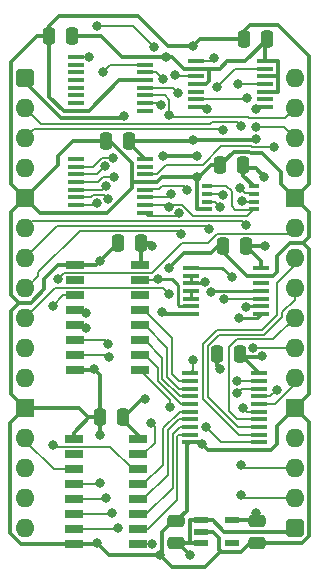
<source format=gtl>
%TF.GenerationSoftware,KiCad,Pcbnew,8.0.7*%
%TF.CreationDate,2025-01-05T09:36:32+02:00*%
%TF.ProjectId,PS2 FIFO,50533220-4649-4464-9f2e-6b696361645f,V1*%
%TF.SameCoordinates,Original*%
%TF.FileFunction,Copper,L1,Top*%
%TF.FilePolarity,Positive*%
%FSLAX46Y46*%
G04 Gerber Fmt 4.6, Leading zero omitted, Abs format (unit mm)*
G04 Created by KiCad (PCBNEW 8.0.7) date 2025-01-05 09:36:32*
%MOMM*%
%LPD*%
G01*
G04 APERTURE LIST*
G04 Aperture macros list*
%AMRoundRect*
0 Rectangle with rounded corners*
0 $1 Rounding radius*
0 $2 $3 $4 $5 $6 $7 $8 $9 X,Y pos of 4 corners*
0 Add a 4 corners polygon primitive as box body*
4,1,4,$2,$3,$4,$5,$6,$7,$8,$9,$2,$3,0*
0 Add four circle primitives for the rounded corners*
1,1,$1+$1,$2,$3*
1,1,$1+$1,$4,$5*
1,1,$1+$1,$6,$7*
1,1,$1+$1,$8,$9*
0 Add four rect primitives between the rounded corners*
20,1,$1+$1,$2,$3,$4,$5,0*
20,1,$1+$1,$4,$5,$6,$7,0*
20,1,$1+$1,$6,$7,$8,$9,0*
20,1,$1+$1,$8,$9,$2,$3,0*%
G04 Aperture macros list end*
%TA.AperFunction,SMDPad,CuDef*%
%ADD10RoundRect,0.250000X0.475000X-0.250000X0.475000X0.250000X-0.475000X0.250000X-0.475000X-0.250000X0*%
%TD*%
%TA.AperFunction,SMDPad,CuDef*%
%ADD11RoundRect,0.250000X0.250000X0.475000X-0.250000X0.475000X-0.250000X-0.475000X0.250000X-0.475000X0*%
%TD*%
%TA.AperFunction,SMDPad,CuDef*%
%ADD12R,1.475000X0.450000*%
%TD*%
%TA.AperFunction,SMDPad,CuDef*%
%ADD13R,1.550000X0.650000*%
%TD*%
%TA.AperFunction,SMDPad,CuDef*%
%ADD14R,1.450000X0.450000*%
%TD*%
%TA.AperFunction,ComponentPad*%
%ADD15RoundRect,0.400000X-0.400000X-0.400000X0.400000X-0.400000X0.400000X0.400000X-0.400000X0.400000X0*%
%TD*%
%TA.AperFunction,ComponentPad*%
%ADD16O,1.600000X1.600000*%
%TD*%
%TA.AperFunction,ComponentPad*%
%ADD17R,1.600000X1.600000*%
%TD*%
%TA.AperFunction,SMDPad,CuDef*%
%ADD18R,0.950000X0.450000*%
%TD*%
%TA.AperFunction,SMDPad,CuDef*%
%ADD19RoundRect,0.250000X-0.475000X0.250000X-0.475000X-0.250000X0.475000X-0.250000X0.475000X0.250000X0*%
%TD*%
%TA.AperFunction,SMDPad,CuDef*%
%ADD20R,1.150000X0.600000*%
%TD*%
%TA.AperFunction,ViaPad*%
%ADD21C,0.800000*%
%TD*%
%TA.AperFunction,Conductor*%
%ADD22C,0.380000*%
%TD*%
%TA.AperFunction,Conductor*%
%ADD23C,0.200000*%
%TD*%
%TA.AperFunction,Conductor*%
%ADD24C,0.350000*%
%TD*%
%TA.AperFunction,Conductor*%
%ADD25C,0.250000*%
%TD*%
G04 APERTURE END LIST*
D10*
%TO.P,C1,1*%
%TO.N,5V*%
X12827000Y-39415000D03*
%TO.P,C1,2*%
%TO.N,GND*%
X12827000Y-37515000D03*
%TD*%
D11*
%TO.P,C9,1*%
%TO.N,5V*%
X9824000Y-13970000D03*
%TO.P,C9,2*%
%TO.N,GND*%
X7924000Y-13970000D03*
%TD*%
%TO.P,C4,1*%
%TO.N,/3.3V*%
X18460000Y-7366000D03*
%TO.P,C4,2*%
%TO.N,GND*%
X16560000Y-7366000D03*
%TD*%
D12*
%TO.P,IC4,1,1A*%
%TO.N,Read*%
X14080000Y-16084000D03*
%TO.P,IC4,2,1Y*%
%TO.N,/~{Read}*%
X14080000Y-16734000D03*
%TO.P,IC4,3,2A*%
X14080000Y-17384000D03*
%TO.P,IC4,4,2Y*%
%TO.N,/Read_{2}*%
X14080000Y-18034000D03*
%TO.P,IC4,5,3A*%
X14080000Y-18684000D03*
%TO.P,IC4,6,3Y*%
%TO.N,/~{Read}_{3}*%
X14080000Y-19334000D03*
%TO.P,IC4,7,GND*%
%TO.N,GND*%
X14080000Y-19984000D03*
%TO.P,IC4,8,4Y*%
%TO.N,/~{Clear Packet Waiting}*%
X19956000Y-19984000D03*
%TO.P,IC4,9,4A*%
%TO.N,Clear Packet Waiting*%
X19956000Y-19334000D03*
%TO.P,IC4,10,5Y*%
%TO.N,/~{Clear Code Waiting}*%
X19956000Y-18684000D03*
%TO.P,IC4,11,5A*%
%TO.N,Clear Code Waiting*%
X19956000Y-18034000D03*
%TO.P,IC4,12,6Y*%
%TO.N,unconnected-(IC4-6Y-Pad12)*%
X19956000Y-17384000D03*
%TO.P,IC4,13,6A*%
%TO.N,GND*%
X19956000Y-16734000D03*
%TO.P,IC4,14,3V*%
%TO.N,/3.3V*%
X19956000Y-16084000D03*
%TD*%
D13*
%TO.P,IC6,1,~{EN(TSC)}*%
%TO.N,GND*%
X4133000Y-30607000D03*
%TO.P,IC6,2,DIR*%
%TO.N,unconnected-(IC6-DIR-Pad2)*%
X4133000Y-31877000D03*
%TO.P,IC6,3,SI*%
%TO.N,Packet Pulse_{2}*%
X4133000Y-33147000D03*
%TO.P,IC6,4,D0*%
%TO.N,/Q4*%
X4133000Y-34417000D03*
%TO.P,IC6,5,D1*%
%TO.N,/Q5*%
X4133000Y-35687000D03*
%TO.P,IC6,6,D2*%
%TO.N,/Q6*%
X4133000Y-36957000D03*
%TO.P,IC6,7,D3*%
%TO.N,/Q7*%
X4133000Y-38227000D03*
%TO.P,IC6,8,GND*%
%TO.N,GND*%
X4133000Y-39497000D03*
%TO.P,IC6,9,MR*%
%TO.N,~{Reset}*%
X9583000Y-39497000D03*
%TO.P,IC6,10,Q3*%
%TO.N,/S7*%
X9583000Y-38227000D03*
%TO.P,IC6,11,Q2*%
%TO.N,/S6*%
X9583000Y-36957000D03*
%TO.P,IC6,12,Q1*%
%TO.N,/S5*%
X9583000Y-35687000D03*
%TO.P,IC6,13,Q0*%
%TO.N,/S4*%
X9583000Y-34417000D03*
%TO.P,IC6,14,DOR*%
%TO.N,Output Ready*%
X9583000Y-33147000D03*
%TO.P,IC6,15,~{SO}*%
%TO.N,/~{Read}_{3}*%
X9583000Y-31877000D03*
%TO.P,IC6,16,5V*%
%TO.N,5V*%
X9583000Y-30607000D03*
%TD*%
D11*
%TO.P,C6,1*%
%TO.N,/3.3V*%
X8808000Y-5334000D03*
%TO.P,C6,2*%
%TO.N,GND*%
X6908000Y-5334000D03*
%TD*%
D14*
%TO.P,IC9,1,Q1*%
%TO.N,unconnected-(IC9-Q1-Pad1)*%
X4310000Y-6869000D03*
%TO.P,IC9,2,Q2*%
%TO.N,/Q7*%
X4310000Y-7519000D03*
%TO.P,IC9,3,Q3*%
%TO.N,/Q6*%
X4310000Y-8169000D03*
%TO.P,IC9,4,Q4*%
%TO.N,/Q5*%
X4310000Y-8819000D03*
%TO.P,IC9,5,Q5*%
%TO.N,/Q4*%
X4310000Y-9469000D03*
%TO.P,IC9,6,Q6*%
%TO.N,/Q3*%
X4310000Y-10119000D03*
%TO.P,IC9,7,Q7*%
%TO.N,/Q2*%
X4310000Y-10769000D03*
%TO.P,IC9,8,GND*%
%TO.N,GND*%
X4310000Y-11419000D03*
%TO.P,IC9,9,Q7S*%
%TO.N,Net-(IC5-DS)*%
X10160000Y-11419000D03*
%TO.P,IC9,10,~{MR}*%
%TO.N,~{Reset}*%
X10160000Y-10769000D03*
%TO.P,IC9,11,SHCP*%
%TO.N,~{Clock}*%
X10160000Y-10119000D03*
%TO.P,IC9,12,STCP*%
%TO.N,Packet Pulse*%
X10160000Y-9469000D03*
%TO.P,IC9,13,~{OE}*%
%TO.N,GND*%
X10160000Y-8819000D03*
%TO.P,IC9,14,DS*%
%TO.N,Data*%
X10160000Y-8169000D03*
%TO.P,IC9,15,Q0*%
%TO.N,unconnected-(IC9-Q0-Pad15)*%
X10160000Y-7519000D03*
%TO.P,IC9,16,3V*%
%TO.N,/3.3V*%
X10160000Y-6869000D03*
%TD*%
D11*
%TO.P,C10,1*%
%TO.N,5V*%
X8300000Y-28702000D03*
%TO.P,C10,2*%
%TO.N,GND*%
X6400000Y-28702000D03*
%TD*%
D15*
%TO.P,J1,1,Pin_1*%
%TO.N,5V*%
X0Y0D03*
D16*
%TO.P,J1,2,Pin_2*%
%TO.N,~{Packet Pulse}*%
X0Y-2540000D03*
%TO.P,J1,3,Pin_3*%
%TO.N,Read*%
X0Y-5080000D03*
%TO.P,J1,4,Pin_4*%
%TO.N,~{Code Pulse}*%
X0Y-7620000D03*
D17*
%TO.P,J1,5,Pin_5*%
%TO.N,GND*%
X0Y-10160000D03*
D16*
%TO.P,J1,6,Pin_6*%
%TO.N,Clear Packet Waiting*%
X0Y-12700000D03*
%TO.P,J1,7,Pin_7*%
%TO.N,Clear Code Waiting*%
X0Y-15240000D03*
%TO.P,J1,8,Pin_8*%
%TO.N,Packet Pulse*%
X0Y-17780000D03*
%TO.P,J1,9,Pin_9*%
%TO.N,~{Reset}*%
X0Y-20320000D03*
%TO.P,J1,10,Pin_10*%
%TO.N,unconnected-(J1-Pin_10-Pad10)*%
X0Y-22860000D03*
%TO.P,J1,11,Pin_11*%
%TO.N,unconnected-(J1-Pin_11-Pad11)*%
X0Y-25400000D03*
D17*
%TO.P,J1,12,Pin_12*%
%TO.N,GND*%
X0Y-27940000D03*
D16*
%TO.P,J1,13,Pin_13*%
%TO.N,Packet Pulse_{2}*%
X0Y-30480000D03*
%TO.P,J1,14,Pin_14*%
%TO.N,unconnected-(J1-Pin_14-Pad14)*%
X0Y-33020000D03*
%TO.P,J1,15,Pin_15*%
%TO.N,unconnected-(J1-Pin_15-Pad15)*%
X0Y-35560000D03*
%TO.P,J1,16,Pin_16*%
%TO.N,unconnected-(J1-Pin_16-Pad16)*%
X0Y-38100000D03*
D15*
%TO.P,J1,17,Pin_17*%
%TO.N,5V*%
X22860000Y-38100000D03*
D16*
%TO.P,J1,18,Pin_18*%
%TO.N,D0*%
X22860000Y-35560000D03*
%TO.P,J1,19,Pin_19*%
%TO.N,D1*%
X22860000Y-33020000D03*
%TO.P,J1,20,Pin_20*%
%TO.N,D2*%
X22860000Y-30480000D03*
D17*
%TO.P,J1,21,Pin_21*%
%TO.N,GND*%
X22860000Y-27940000D03*
D16*
%TO.P,J1,22,Pin_22*%
%TO.N,D3*%
X22860000Y-25400000D03*
%TO.P,J1,23,Pin_23*%
%TO.N,D4*%
X22860000Y-22860000D03*
%TO.P,J1,24,Pin_24*%
%TO.N,D5*%
X22860000Y-20320000D03*
%TO.P,J1,25,Pin_25*%
%TO.N,D6*%
X22860000Y-17780000D03*
%TO.P,J1,26,Pin_26*%
%TO.N,D7*%
X22860000Y-15240000D03*
%TO.P,J1,27,Pin_27*%
%TO.N,Output Ready*%
X22860000Y-12700000D03*
D17*
%TO.P,J1,28,Pin_28*%
%TO.N,GND*%
X22860000Y-10160000D03*
D16*
%TO.P,J1,29,Pin_29*%
%TO.N,~{Packet Waiting}*%
X22860000Y-7620000D03*
%TO.P,J1,30,Pin_30*%
%TO.N,~{Code Waiting}*%
X22860000Y-5080000D03*
%TO.P,J1,31,Pin_31*%
%TO.N,~{Clock}*%
X22860000Y-2540000D03*
%TO.P,J1,32,Pin_32*%
%TO.N,Data*%
X22860000Y0D03*
%TD*%
D11*
%TO.P,C7,1*%
%TO.N,/3.3V*%
X18714000Y-14224000D03*
%TO.P,C7,2*%
%TO.N,GND*%
X16814000Y-14224000D03*
%TD*%
D18*
%TO.P,IC7,1,1A*%
%TO.N,~{Reset}*%
X15420000Y-9185000D03*
%TO.P,IC7,2,1B*%
%TO.N,/~{Clear Code Waiting}*%
X15420000Y-9835000D03*
%TO.P,IC7,3,2Y*%
%TO.N,Net-(IC3-~{2RD})*%
X15420000Y-10485000D03*
%TO.P,IC7,4,GND*%
%TO.N,GND*%
X15420000Y-11135000D03*
%TO.P,IC7,5,2A*%
%TO.N,~{Reset}*%
X19370000Y-11135000D03*
%TO.P,IC7,6,2B*%
%TO.N,/~{Clear Packet Waiting}*%
X19370000Y-10485000D03*
%TO.P,IC7,7,1Y*%
%TO.N,Net-(IC3-~{1RD})*%
X19370000Y-9835000D03*
%TO.P,IC7,8,3V*%
%TO.N,/3.3V*%
X19370000Y-9185000D03*
%TD*%
D12*
%TO.P,IC3,1,~{1RD}*%
%TO.N,Net-(IC3-~{1RD})*%
X14457000Y1442000D03*
%TO.P,IC3,2,1D*%
%TO.N,/3.3V*%
X14457000Y792000D03*
%TO.P,IC3,3,1CP*%
%TO.N,~{Code Pulse}*%
X14457000Y142000D03*
%TO.P,IC3,4,~{1SD}*%
%TO.N,/3.3V*%
X14457000Y-508000D03*
%TO.P,IC3,5,1Q*%
%TO.N,unconnected-(IC3-1Q-Pad5)*%
X14457000Y-1158000D03*
%TO.P,IC3,6,~{1Q}*%
%TO.N,~{Code Waiting}*%
X14457000Y-1808000D03*
%TO.P,IC3,7,GND*%
%TO.N,GND*%
X14457000Y-2458000D03*
%TO.P,IC3,8,~{2Q}*%
%TO.N,~{Packet Waiting}*%
X20333000Y-2458000D03*
%TO.P,IC3,9,2Q*%
%TO.N,unconnected-(IC3-2Q-Pad9)*%
X20333000Y-1808000D03*
%TO.P,IC3,10,~{2SD}*%
%TO.N,/3.3V*%
X20333000Y-1158000D03*
%TO.P,IC3,11,2CP*%
%TO.N,~{Packet Pulse}*%
X20333000Y-508000D03*
%TO.P,IC3,12,2D*%
%TO.N,/3.3V*%
X20333000Y142000D03*
%TO.P,IC3,13,~{2RD}*%
%TO.N,Net-(IC3-~{2RD})*%
X20333000Y792000D03*
%TO.P,IC3,14,3V*%
%TO.N,/3.3V*%
X20333000Y1442000D03*
%TD*%
D11*
%TO.P,C8,1*%
%TO.N,/3.3V*%
X18206000Y-23368000D03*
%TO.P,C8,2*%
%TO.N,GND*%
X16306000Y-23368000D03*
%TD*%
D19*
%TO.P,C2,1*%
%TO.N,/3.3V*%
X19685000Y-37491000D03*
%TO.P,C2,2*%
%TO.N,GND*%
X19685000Y-39391000D03*
%TD*%
D11*
%TO.P,C5,1*%
%TO.N,/3.3V*%
X20492000Y3302000D03*
%TO.P,C5,2*%
%TO.N,GND*%
X18592000Y3302000D03*
%TD*%
D14*
%TO.P,IC5,1,Q1*%
%TO.N,/Q0*%
X4310000Y1767000D03*
%TO.P,IC5,2,Q2*%
%TO.N,unconnected-(IC5-Q2-Pad2)*%
X4310000Y1117000D03*
%TO.P,IC5,3,Q3*%
%TO.N,unconnected-(IC5-Q3-Pad3)*%
X4310000Y467000D03*
%TO.P,IC5,4,Q4*%
%TO.N,unconnected-(IC5-Q4-Pad4)*%
X4310000Y-183000D03*
%TO.P,IC5,5,Q5*%
%TO.N,unconnected-(IC5-Q5-Pad5)*%
X4310000Y-833000D03*
%TO.P,IC5,6,Q6*%
%TO.N,unconnected-(IC5-Q6-Pad6)*%
X4310000Y-1483000D03*
%TO.P,IC5,7,Q7*%
%TO.N,unconnected-(IC5-Q7-Pad7)*%
X4310000Y-2133000D03*
%TO.P,IC5,8,GND*%
%TO.N,GND*%
X4310000Y-2783000D03*
%TO.P,IC5,9,Q7S*%
%TO.N,unconnected-(IC5-Q7S-Pad9)*%
X10160000Y-2783000D03*
%TO.P,IC5,10,~{MR}*%
%TO.N,~{Reset}*%
X10160000Y-2133000D03*
%TO.P,IC5,11,SHCP*%
%TO.N,~{Clock}*%
X10160000Y-1483000D03*
%TO.P,IC5,12,STCP*%
%TO.N,Packet Pulse*%
X10160000Y-833000D03*
%TO.P,IC5,13,~{OE}*%
%TO.N,GND*%
X10160000Y-183000D03*
%TO.P,IC5,14,DS*%
%TO.N,Net-(IC5-DS)*%
X10160000Y467000D03*
%TO.P,IC5,15,Q0*%
%TO.N,/Q1*%
X10160000Y1117000D03*
%TO.P,IC5,16,3V*%
%TO.N,/3.3V*%
X10160000Y1767000D03*
%TD*%
D13*
%TO.P,IC2,1,~{EN(TSC)}*%
%TO.N,GND*%
X4260000Y-15875000D03*
%TO.P,IC2,2,DIR*%
%TO.N,unconnected-(IC2-DIR-Pad2)*%
X4260000Y-17145000D03*
%TO.P,IC2,3,SI*%
%TO.N,Packet Pulse_{2}*%
X4260000Y-18415000D03*
%TO.P,IC2,4,D0*%
%TO.N,/Q0*%
X4260000Y-19685000D03*
%TO.P,IC2,5,D1*%
%TO.N,/Q1*%
X4260000Y-20955000D03*
%TO.P,IC2,6,D2*%
%TO.N,/Q2*%
X4260000Y-22225000D03*
%TO.P,IC2,7,D3*%
%TO.N,/Q3*%
X4260000Y-23495000D03*
%TO.P,IC2,8,GND*%
%TO.N,GND*%
X4260000Y-24765000D03*
%TO.P,IC2,9,MR*%
%TO.N,~{Reset}*%
X9710000Y-24765000D03*
%TO.P,IC2,10,Q3*%
%TO.N,/S3*%
X9710000Y-23495000D03*
%TO.P,IC2,11,Q2*%
%TO.N,/S2*%
X9710000Y-22225000D03*
%TO.P,IC2,12,Q1*%
%TO.N,/S1*%
X9710000Y-20955000D03*
%TO.P,IC2,13,Q0*%
%TO.N,/S0*%
X9710000Y-19685000D03*
%TO.P,IC2,14,DOR*%
%TO.N,unconnected-(IC2-DOR-Pad14)*%
X9710000Y-18415000D03*
%TO.P,IC2,15,~{SO}*%
%TO.N,/~{Read}_{3}*%
X9710000Y-17145000D03*
%TO.P,IC2,16,5V*%
%TO.N,5V*%
X9710000Y-15875000D03*
%TD*%
D12*
%TO.P,IC8,1,~{OE}*%
%TO.N,/~{Read}*%
X13949000Y-25015000D03*
%TO.P,IC8,2,D0*%
%TO.N,/S0*%
X13949000Y-25665000D03*
%TO.P,IC8,3,D1*%
%TO.N,/S1*%
X13949000Y-26315000D03*
%TO.P,IC8,4,D2*%
%TO.N,/S2*%
X13949000Y-26965000D03*
%TO.P,IC8,5,D3*%
%TO.N,/S3*%
X13949000Y-27615000D03*
%TO.P,IC8,6,D4*%
%TO.N,/S4*%
X13949000Y-28265000D03*
%TO.P,IC8,7,D5*%
%TO.N,/S5*%
X13949000Y-28915000D03*
%TO.P,IC8,8,D6*%
%TO.N,/S6*%
X13949000Y-29565000D03*
%TO.P,IC8,9,D7*%
%TO.N,/S7*%
X13949000Y-30215000D03*
%TO.P,IC8,10,GND*%
%TO.N,GND*%
X13949000Y-30865000D03*
%TO.P,IC8,11,CP*%
%TO.N,Read*%
X19825000Y-30865000D03*
%TO.P,IC8,12,Q7*%
%TO.N,D7*%
X19825000Y-30215000D03*
%TO.P,IC8,13,Q6*%
%TO.N,D6*%
X19825000Y-29565000D03*
%TO.P,IC8,14,Q5*%
%TO.N,D5*%
X19825000Y-28915000D03*
%TO.P,IC8,15,Q4*%
%TO.N,D4*%
X19825000Y-28265000D03*
%TO.P,IC8,16,Q3*%
%TO.N,D3*%
X19825000Y-27615000D03*
%TO.P,IC8,17,Q2*%
%TO.N,D2*%
X19825000Y-26965000D03*
%TO.P,IC8,18,Q1*%
%TO.N,D1*%
X19825000Y-26315000D03*
%TO.P,IC8,19,Q0*%
%TO.N,D0*%
X19825000Y-25665000D03*
%TO.P,IC8,20,3V*%
%TO.N,/3.3V*%
X19825000Y-25015000D03*
%TD*%
D11*
%TO.P,C3,1*%
%TO.N,/3.3V*%
X3982000Y3556000D03*
%TO.P,C3,2*%
%TO.N,GND*%
X2082000Y3556000D03*
%TD*%
D20*
%TO.P,IC1,1,6VIn*%
%TO.N,5V*%
X14956000Y-37475000D03*
%TO.P,IC1,2,GND*%
%TO.N,GND*%
X14956000Y-38425000D03*
%TO.P,IC1,3,EN*%
%TO.N,5V*%
X14956000Y-39375000D03*
%TO.P,IC1,4,ADJ*%
%TO.N,unconnected-(IC1-ADJ-Pad4)*%
X17556000Y-39375000D03*
%TO.P,IC1,5,3.3VOut*%
%TO.N,/3.3V*%
X17556000Y-37475000D03*
%TD*%
D21*
%TO.N,5V*%
X13970000Y-40386000D03*
X10160000Y-27178000D03*
X10805183Y-14208413D03*
X8400623Y-3209000D03*
%TO.N,/3.3V*%
X20320000Y-14224000D03*
X19558000Y-36830000D03*
X14249081Y-5232081D03*
X19596372Y-5133891D03*
X20269385Y-8382000D03*
X20103246Y-23560000D03*
X11938000Y1778000D03*
%TO.N,GND*%
X14986004Y-30988000D03*
X16510000Y-24638000D03*
X14600000Y-6604000D03*
X11430000Y-40358000D03*
X6350000Y-15494000D03*
X15399308Y-2596964D03*
X5842008Y-24638000D03*
X6350000Y-30226000D03*
X6096000Y-39369996D03*
X12194656Y-16100294D03*
X14600000Y-8382000D03*
X11684000Y-6604000D03*
X11610027Y-19809838D03*
X14224000Y2667000D03*
%TO.N,Packet Pulse_{2}*%
X2348000Y-19304000D03*
%TO.N,/Q0*%
X5461000Y1767000D03*
X5160000Y-19904499D03*
%TO.N,/Q1*%
X5186932Y-21148426D03*
X6604000Y508000D03*
%TO.N,/Q2*%
X6096000Y-10629000D03*
X7053178Y-22489833D03*
%TO.N,/Q3*%
X7140000Y-23622000D03*
X7026310Y-10262220D03*
%TO.N,/Q4*%
X6872432Y-9158432D03*
X6350000Y-34290000D03*
%TO.N,/Q5*%
X6858000Y-35560000D03*
X7514569Y-8389731D03*
%TO.N,/Q6*%
X6782836Y-7470188D03*
X7366000Y-36830006D03*
%TO.N,/Q7*%
X7478240Y-6751566D03*
X7874000Y-38100000D03*
%TO.N,Net-(IC3-~{1RD})*%
X16002000Y1651000D03*
X18215906Y-9343140D03*
%TO.N,Net-(IC3-~{2RD})*%
X16256000Y-762000D03*
X16510000Y-10922000D03*
%TO.N,/~{Clear Code Waiting}*%
X16752000Y-9883669D03*
X16881124Y-18759000D03*
%TO.N,/~{Read}_{3}*%
X10678004Y-29210000D03*
X11289975Y-17004975D03*
%TO.N,Net-(IC5-DS)*%
X11684000Y-133000D03*
X13014720Y-11436087D03*
%TO.N,/~{Read}*%
X14224000Y-23876000D03*
X15234317Y-17303017D03*
%TO.N,/~{Clear Packet Waiting}*%
X18368744Y-10434869D03*
X18161000Y-20320000D03*
%TO.N,~{Reset}*%
X11545251Y-2254385D03*
X12174838Y-10893313D03*
X12296657Y-27890115D03*
X12235248Y-18294160D03*
X10798750Y-39439413D03*
%TO.N,~{Code Pulse}*%
X12700000Y254000D03*
X6096000Y4396000D03*
X10925385Y2590140D03*
%TO.N,~{Code Waiting}*%
X19530017Y-4134500D03*
X18784000Y-1731295D03*
%TO.N,~{Packet Waiting}*%
X19534000Y-2652031D03*
%TO.N,~{Packet Pulse}*%
X18310331Y-4041669D03*
X18034000Y-526801D03*
%TO.N,Read*%
X15367000Y-29591000D03*
X16764000Y-4445000D03*
X17526000Y-16891000D03*
%TO.N,Clear Packet Waiting*%
X18744951Y-19391369D03*
X18762735Y-12499000D03*
%TO.N,Clear Code Waiting*%
X15621000Y-12836093D03*
X15748000Y-18161000D03*
%TO.N,~{Clock}*%
X12245251Y-3126526D03*
X12364986Y-9844000D03*
%TO.N,Packet Pulse*%
X12954000Y-1270000D03*
X13208000Y-13236101D03*
X13765000Y-9472348D03*
%TO.N,Output Ready*%
X2413002Y-31115000D03*
X2816470Y-17040470D03*
%TO.N,D4*%
X19304000Y-22836000D03*
X18497825Y-27948098D03*
%TO.N,D2*%
X21336000Y-26416006D03*
%TO.N,D1*%
X18288000Y-32766000D03*
X17972000Y-26695969D03*
%TO.N,D0*%
X17972000Y-25669997D03*
X18288000Y-35306000D03*
%TO.N,Data*%
X21082000Y-5842000D03*
%TD*%
D22*
%TO.N,GND*%
X21336000Y-30988000D02*
X21336000Y-29464000D01*
X21336000Y-29464000D02*
X22860000Y-27940000D01*
X20844000Y-31480000D02*
X21336000Y-30988000D01*
X14986004Y-30988000D02*
X15478004Y-31480000D01*
X15478004Y-31480000D02*
X20844000Y-31480000D01*
X24050000Y-38827230D02*
X23486230Y-39391000D01*
X24050000Y-29130000D02*
X24050000Y-38827230D01*
X23486230Y-39391000D02*
X19685000Y-39391000D01*
X22860000Y-27940000D02*
X24050000Y-29130000D01*
X19029000Y-39391000D02*
X19685000Y-39391000D01*
X18288000Y-40132000D02*
X19029000Y-39391000D01*
X16658000Y-40132000D02*
X18288000Y-40132000D01*
X16480000Y-38994000D02*
X16480000Y-39954000D01*
X16480000Y-39954000D02*
X16658000Y-40132000D01*
X15911000Y-38425000D02*
X16480000Y-38994000D01*
X14956000Y-38425000D02*
X15911000Y-38425000D01*
X15399308Y-2596964D02*
X15260344Y-2458000D01*
X15260344Y-2458000D02*
X14457000Y-2458000D01*
D23*
%TO.N,Net-(IC3-~{1RD})*%
X18607635Y-9734869D02*
X18215906Y-9343140D01*
%TO.N,~{Reset}*%
X17062661Y-9133669D02*
X15471331Y-9133669D01*
X17502000Y-10843110D02*
X17502000Y-9573008D01*
X17826892Y-11168002D02*
X17502000Y-10843110D01*
X19336998Y-11168002D02*
X17826892Y-11168002D01*
%TO.N,Net-(IC3-~{1RD})*%
X19269869Y-9734869D02*
X18607635Y-9734869D01*
%TO.N,/~{Clear Code Waiting}*%
X16703331Y-9835000D02*
X16752000Y-9883669D01*
X15420000Y-9835000D02*
X16703331Y-9835000D01*
%TO.N,~{Reset}*%
X17502000Y-9573008D02*
X17062661Y-9133669D01*
D22*
%TO.N,/3.3V*%
X14147162Y-5334000D02*
X14249081Y-5232081D01*
X8808000Y-5334000D02*
X14147162Y-5334000D01*
X19459263Y-5271000D02*
X14288000Y-5271000D01*
X19596372Y-5133891D02*
X19459263Y-5271000D01*
X14288000Y-5271000D02*
X14249081Y-5232081D01*
D23*
%TO.N,Read*%
X771000Y-4309000D02*
X16628000Y-4309000D01*
X0Y-5080000D02*
X771000Y-4309000D01*
X16628000Y-4309000D02*
X16764000Y-4445000D01*
%TO.N,~{Packet Pulse}*%
X17976662Y-3708000D02*
X18310331Y-4041669D01*
X15876050Y-3708000D02*
X17976662Y-3708000D01*
X15675050Y-3909000D02*
X15876050Y-3708000D01*
X0Y-2540000D02*
X1369000Y-3909000D01*
X1369000Y-3909000D02*
X15675050Y-3909000D01*
%TO.N,~{Packet Waiting}*%
X19728031Y-2458000D02*
X19534000Y-2652031D01*
%TO.N,~{Clock}*%
X12426725Y-3308000D02*
X12245251Y-3126526D01*
X18884036Y-3308000D02*
X12426725Y-3308000D01*
X21997969Y-3402031D02*
X18978067Y-3402031D01*
X22860000Y-2540000D02*
X21997969Y-3402031D01*
X18978067Y-3402031D02*
X18884036Y-3308000D01*
%TO.N,~{Code Waiting}*%
X18707295Y-1808000D02*
X18784000Y-1731295D01*
X14457000Y-1808000D02*
X18707295Y-1808000D01*
X21914500Y-4134500D02*
X19530017Y-4134500D01*
X22860000Y-5080000D02*
X21914500Y-4134500D01*
%TO.N,Data*%
X19184989Y-5761000D02*
X19265989Y-5842000D01*
X15042661Y-7354000D02*
X16635661Y-5761000D01*
X11979815Y-7354000D02*
X15042661Y-7354000D01*
X10160000Y-8169000D02*
X11164815Y-8169000D01*
D22*
%TO.N,GND*%
X21670000Y-8970000D02*
X22860000Y-10160000D01*
X20108558Y-6392558D02*
X21670000Y-7954000D01*
X19123582Y-6392558D02*
X20108558Y-6392558D01*
D23*
%TO.N,Data*%
X16635661Y-5761000D02*
X19184989Y-5761000D01*
D22*
%TO.N,GND*%
X17675000Y-6251000D02*
X18982024Y-6251000D01*
X16560000Y-7366000D02*
X17675000Y-6251000D01*
D23*
%TO.N,Data*%
X11164815Y-8169000D02*
X11979815Y-7354000D01*
D22*
%TO.N,GND*%
X21670000Y-7954000D02*
X21670000Y-8970000D01*
X18982024Y-6251000D02*
X19123582Y-6392558D01*
D23*
%TO.N,Data*%
X19265989Y-5842000D02*
X21082000Y-5842000D01*
D22*
%TO.N,GND*%
X11684000Y-6604000D02*
X14600000Y-6604000D01*
X12135552Y2667000D02*
X14224000Y2667000D01*
X9595552Y5207000D02*
X12135552Y2667000D01*
X2082000Y4368000D02*
X2921000Y5207000D01*
X2921000Y5207000D02*
X9595552Y5207000D01*
X2082000Y3556000D02*
X2082000Y4368000D01*
X19050000Y4445000D02*
X18592000Y3987000D01*
X18592000Y3987000D02*
X18592000Y3302000D01*
X21463000Y4445000D02*
X19050000Y4445000D01*
X24068366Y-8951634D02*
X24068366Y1839634D01*
X24068366Y1839634D02*
X21463000Y4445000D01*
X22860000Y-10160000D02*
X24068366Y-8951634D01*
D23*
%TO.N,Net-(IC3-~{1RD})*%
X15793000Y1442000D02*
X16002000Y1651000D01*
X14457000Y1442000D02*
X15793000Y1442000D01*
D22*
%TO.N,/3.3V*%
X17140727Y1392727D02*
X18664727Y1392727D01*
X16540000Y792000D02*
X17140727Y1392727D01*
X18664727Y1392727D02*
X20492000Y3220000D01*
X15574500Y792000D02*
X16540000Y792000D01*
D24*
%TO.N,GND*%
X14859000Y3302000D02*
X14224000Y2667000D01*
X18592000Y3302000D02*
X14859000Y3302000D01*
D22*
X2819500Y-7340500D02*
X2819500Y-6629500D01*
X0Y-10160000D02*
X2819500Y-7340500D01*
X4115000Y-5334000D02*
X2819500Y-6629500D01*
X1016000Y3556000D02*
X2082000Y3556000D01*
X-1190000Y-8970000D02*
X-1190000Y1350000D01*
X0Y-10160000D02*
X-1190000Y-8970000D01*
X-1190000Y1350000D02*
X1016000Y3556000D01*
D23*
%TO.N,/Q0*%
X4310000Y1767000D02*
X5461000Y1767000D01*
%TO.N,Read*%
X16641000Y-30865000D02*
X15367000Y-29591000D01*
X19825000Y-30865000D02*
X16641000Y-30865000D01*
D22*
%TO.N,5V*%
X3074964Y-3398000D02*
X8211623Y-3398000D01*
X9824000Y-13970000D02*
X10566770Y-13970000D01*
X0Y-323036D02*
X3074964Y-3398000D01*
X14254000Y-39359000D02*
X12883000Y-39359000D01*
X9824000Y-15489000D02*
X9574000Y-15739000D01*
X9906000Y-27178000D02*
X10160000Y-27178000D01*
X8382000Y-28702000D02*
X9906000Y-27178000D01*
X8211623Y-3398000D02*
X8400623Y-3209000D01*
X13970000Y-37506000D02*
X13970000Y-39359000D01*
X8300000Y-28947000D02*
X9583000Y-30230000D01*
X14956000Y-37475000D02*
X15911000Y-37475000D01*
X13040000Y-39456000D02*
X13970000Y-40386000D01*
X9583000Y-30230000D02*
X9583000Y-30607000D01*
X14956000Y-37475000D02*
X14001000Y-37475000D01*
X15911000Y-37475000D02*
X16872000Y-38436000D01*
X13970000Y-39359000D02*
X14940000Y-39359000D01*
X14001000Y-37475000D02*
X13970000Y-37506000D01*
X16872000Y-38436000D02*
X22524000Y-38436000D01*
X9824000Y-13970000D02*
X9824000Y-15489000D01*
X10566770Y-13970000D02*
X10805183Y-14208413D01*
%TO.N,/3.3V*%
X8266000Y1767000D02*
X6477000Y3556000D01*
X17556000Y-37475000D02*
X19669000Y-37475000D01*
X18464000Y-23626000D02*
X20037246Y-23626000D01*
X19956000Y-15466000D02*
X18813000Y-14323000D01*
X18460000Y-8275000D02*
X19370000Y-9185000D01*
X10160000Y1767000D02*
X8266000Y1767000D01*
X21460500Y231500D02*
X21371000Y142000D01*
X12471308Y1778000D02*
X13457308Y792000D01*
X15574500Y792000D02*
X15584500Y782000D01*
X15330500Y-508000D02*
X14457000Y-508000D01*
X18764615Y-7670615D02*
X19558000Y-7670615D01*
X20333000Y142000D02*
X21450500Y142000D01*
X18460000Y-7366000D02*
X18460000Y-8275000D01*
X8808000Y-5517000D02*
X10160000Y-6869000D01*
X20333000Y1442000D02*
X21450500Y1442000D01*
X11938000Y1778000D02*
X10171000Y1778000D01*
X19685000Y-37491000D02*
X19685000Y-36957000D01*
X14457000Y792000D02*
X15574500Y792000D01*
X15584500Y-254000D02*
X15330500Y-508000D01*
X19956000Y-16084000D02*
X19956000Y-15466000D01*
X21460500Y132000D02*
X21460500Y-1148000D01*
X21371000Y142000D02*
X20333000Y142000D01*
X21450500Y1442000D02*
X21460500Y1432000D01*
X21460500Y1432000D02*
X21460500Y231500D01*
X6477000Y3556000D02*
X3982000Y3556000D01*
X20320000Y3130000D02*
X20320000Y1455000D01*
X21460500Y-1148000D02*
X21450500Y-1158000D01*
X15584500Y782000D02*
X15584500Y-254000D01*
X18714000Y-14224000D02*
X20320000Y-14224000D01*
X11938000Y1778000D02*
X12471308Y1778000D01*
X20037246Y-23626000D02*
X20103246Y-23560000D01*
X13457308Y792000D02*
X14457000Y792000D01*
X21450500Y142000D02*
X21460500Y132000D01*
X19685000Y-36957000D02*
X19558000Y-36830000D01*
X19558000Y-7670615D02*
X20269385Y-8382000D01*
X19825000Y-24987000D02*
X18206000Y-23368000D01*
X21450500Y-1158000D02*
X20333000Y-1158000D01*
%TO.N,GND*%
X7084004Y-40358000D02*
X11430000Y-40358000D01*
X-508000Y-19050000D02*
X508000Y-19050000D01*
X24050000Y-14478000D02*
X24050000Y-26750000D01*
X12523000Y-37515000D02*
X11588750Y-38449250D01*
X21336000Y-15081085D02*
X22447085Y-13970000D01*
X15240000Y-41402000D02*
X12474000Y-41402000D01*
X11207780Y-8819000D02*
X11644780Y-8382000D01*
X-1190000Y-19732000D02*
X-508000Y-19050000D01*
X6908000Y-5334000D02*
X4115000Y-5334000D01*
X11588750Y-38449250D02*
X11588750Y-40199250D01*
X5461000Y-28702000D02*
X6400000Y-28702000D01*
X13949000Y-30865000D02*
X14863004Y-30865000D01*
X1651000Y-17018000D02*
X2794000Y-15875000D01*
X2082000Y3556000D02*
X2082000Y-1584792D01*
X13435950Y-14859000D02*
X12194656Y-16100294D01*
X14565000Y-11135000D02*
X15420000Y-11135000D01*
X24050000Y-26750000D02*
X22860000Y-27940000D01*
X0Y-27940000D02*
X-1190000Y-26750000D01*
X7924000Y-13970000D02*
X6400000Y-15494000D01*
X5968996Y-39497000D02*
X6096000Y-39369996D01*
X6986759Y-11419000D02*
X9045000Y-9360759D01*
X21048500Y-16734000D02*
X21336000Y-16446500D01*
X24050000Y-11350000D02*
X24050000Y-13335000D01*
X5334000Y-28702000D02*
X5461000Y-28702000D01*
X16584000Y-40058000D02*
X15240000Y-41402000D01*
X16814000Y-14709500D02*
X18838500Y-16734000D01*
X6350000Y-15544000D02*
X6019000Y-15875000D01*
X1651000Y-17907000D02*
X1651000Y-17018000D01*
X0Y-27940000D02*
X4572000Y-27940000D01*
X16383000Y-14224000D02*
X15748000Y-14859000D01*
X16560000Y-7366000D02*
X15759000Y-7366000D01*
X14365186Y-8382000D02*
X14554093Y-8570907D01*
X6019000Y-15875000D02*
X4260000Y-15875000D01*
X4133000Y-39497000D02*
X-285915Y-39497000D01*
X11644780Y-8382000D02*
X14365186Y-8382000D01*
X4260000Y-24765000D02*
X5715008Y-24765000D01*
X6400000Y-30176000D02*
X6350000Y-30226000D01*
X7990000Y-183000D02*
X5390000Y-2783000D01*
X15759000Y-7366000D02*
X14743000Y-8382000D01*
X2082000Y-1584792D02*
X3280208Y-2783000D01*
X5715008Y-24765000D02*
X5842008Y-24638000D01*
X9045000Y-8829000D02*
X9055000Y-8819000D01*
X1259000Y-11419000D02*
X4310000Y-11419000D01*
X18838500Y-16734000D02*
X19956000Y-16734000D01*
X14555000Y-8571814D02*
X14555000Y-9818589D01*
X12474000Y-41402000D02*
X11430000Y-40358000D01*
X-1190000Y-26750000D02*
X-1190000Y-19732000D01*
X10160000Y-183000D02*
X7990000Y-183000D01*
X11784189Y-19984000D02*
X11610027Y-19809838D01*
X10160000Y-8819000D02*
X11207780Y-8819000D01*
X14554093Y-11124093D02*
X14565000Y-11135000D01*
X508000Y-19050000D02*
X1651000Y-17907000D01*
X14554093Y-9819496D02*
X14554093Y-11124093D01*
X6400000Y-25195992D02*
X5842008Y-24638000D01*
X5461000Y-28702000D02*
X4133000Y-30030000D01*
X2794000Y-15875000D02*
X4260000Y-15875000D01*
X5390000Y-2783000D02*
X4310000Y-2783000D01*
X-285915Y-39497000D02*
X-1270000Y-38512915D01*
X-1270000Y-29210000D02*
X0Y-27940000D01*
X14554093Y-8570907D02*
X14555000Y-8571814D01*
X11588750Y-40199250D02*
X11430000Y-40358000D01*
X4572000Y-27940000D02*
X5334000Y-28702000D01*
X16306000Y-24434000D02*
X16510000Y-24638000D01*
X19956000Y-16734000D02*
X21048500Y-16734000D01*
X24050000Y-13462000D02*
X24050000Y-13335000D01*
X-1190000Y-11350000D02*
X-1190000Y-18368000D01*
X7177903Y-5334000D02*
X9045000Y-7201097D01*
X-1270000Y-38512915D02*
X-1270000Y-29210000D01*
X14555000Y-9818589D02*
X14554093Y-9819496D01*
X6400000Y-28702000D02*
X6400000Y-25195992D01*
X13949000Y-30865000D02*
X13695000Y-31119000D01*
X9045000Y-7201097D02*
X9045000Y-8809000D01*
X3280208Y-2783000D02*
X4310000Y-2783000D01*
X22447085Y-13970000D02*
X23542000Y-13970000D01*
X0Y-10160000D02*
X-1190000Y-11350000D01*
X6400000Y-15494000D02*
X6350000Y-15494000D01*
X6350000Y-15494000D02*
X6350000Y-15544000D01*
X15748000Y-14859000D02*
X13435950Y-14859000D01*
X9045000Y-9360759D02*
X9045000Y-8829000D01*
X6400000Y-28702000D02*
X6400000Y-30176000D01*
X23542000Y-13970000D02*
X24050000Y-14478000D01*
X16306000Y-23368000D02*
X16306000Y-24434000D01*
X14863004Y-30865000D02*
X14986004Y-30988000D01*
X-1190000Y-18368000D02*
X-508000Y-19050000D01*
X4133000Y-39497000D02*
X5968996Y-39497000D01*
X0Y-10160000D02*
X1259000Y-11419000D01*
X22860000Y-10160000D02*
X24050000Y-11350000D01*
X4133000Y-30030000D02*
X4133000Y-30607000D01*
X14554093Y-8570907D02*
X14554093Y-8427907D01*
X6096000Y-39369996D02*
X7084004Y-40358000D01*
X9055000Y-8819000D02*
X10160000Y-8819000D01*
X13695000Y-36647000D02*
X12827000Y-37515000D01*
X13695000Y-31119000D02*
X13695000Y-36647000D01*
X16814000Y-14224000D02*
X16383000Y-14224000D01*
X14080000Y-19984000D02*
X11784189Y-19984000D01*
X23542000Y-13970000D02*
X24050000Y-13462000D01*
X4310000Y-11419000D02*
X6986759Y-11419000D01*
X21336000Y-16446500D02*
X21336000Y-15081085D01*
X9045000Y-8809000D02*
X9055000Y-8819000D01*
X14743000Y-8382000D02*
X14600000Y-8382000D01*
X14554093Y-8427907D02*
X14600000Y-8382000D01*
D23*
%TO.N,Packet Pulse_{2}*%
X4260000Y-18415000D02*
X3237000Y-18415000D01*
X0Y-30707950D02*
X2439050Y-33147000D01*
X3237000Y-18415000D02*
X2348000Y-19304000D01*
X2439050Y-33147000D02*
X4133000Y-33147000D01*
%TO.N,/Q1*%
X4993506Y-20955000D02*
X5186932Y-21148426D01*
X6604000Y508000D02*
X7213000Y1117000D01*
X7213000Y1117000D02*
X10160000Y1117000D01*
X4743506Y-20955000D02*
X4993506Y-20955000D01*
%TO.N,/Q2*%
X4310000Y-10769000D02*
X5956000Y-10769000D01*
X6788345Y-22225000D02*
X7053178Y-22489833D01*
X4260000Y-22225000D02*
X6788345Y-22225000D01*
X5956000Y-10769000D02*
X6096000Y-10629000D01*
%TO.N,/Q3*%
X4260000Y-23495000D02*
X7013000Y-23495000D01*
X4310000Y-10119000D02*
X5616050Y-10119000D01*
X5616050Y-10119000D02*
X5806050Y-9929000D01*
X5806050Y-9929000D02*
X6693090Y-9929000D01*
X7013000Y-23495000D02*
X7140000Y-23622000D01*
X6693090Y-9929000D02*
X7026310Y-10262220D01*
%TO.N,/Q4*%
X6561864Y-9469000D02*
X6872432Y-9158432D01*
X6223000Y-34417000D02*
X6350000Y-34290000D01*
X4310000Y-9469000D02*
X6561864Y-9469000D01*
X4133000Y-34417000D02*
X6223000Y-34417000D01*
%TO.N,/Q5*%
X4310000Y-8819000D02*
X6221893Y-8819000D01*
X6221893Y-8819000D02*
X6651162Y-8389731D01*
X6731000Y-35687000D02*
X6858000Y-35560000D01*
X4133000Y-35687000D02*
X6731000Y-35687000D01*
X6651162Y-8389731D02*
X7514569Y-8389731D01*
%TO.N,/Q6*%
X4310000Y-8169000D02*
X6084024Y-8169000D01*
X6084024Y-8169000D02*
X6782836Y-7470188D01*
X4133000Y-36957000D02*
X7239006Y-36957000D01*
X7239006Y-36957000D02*
X7366000Y-36830006D01*
%TO.N,/Q7*%
X4133000Y-38227000D02*
X7747000Y-38227000D01*
X4310000Y-7519000D02*
X5743893Y-7519000D01*
X6511327Y-6751566D02*
X7478240Y-6751566D01*
X7747000Y-38227000D02*
X7874000Y-38100000D01*
X5743893Y-7519000D02*
X6511327Y-6751566D01*
%TO.N,Net-(IC3-~{2RD})*%
X16095000Y-10485000D02*
X16510000Y-10900000D01*
X16510000Y-10900000D02*
X16510000Y-10922000D01*
X17798000Y780000D02*
X16256000Y-762000D01*
X20321000Y780000D02*
X17798000Y780000D01*
X15420000Y-10485000D02*
X16095000Y-10485000D01*
%TO.N,/~{Clear Code Waiting}*%
X19956000Y-18684000D02*
X16956124Y-18684000D01*
X16956124Y-18684000D02*
X16881124Y-18759000D01*
%TO.N,/S3*%
X13194686Y-27615000D02*
X13949000Y-27615000D01*
X11246000Y-25666314D02*
X13194686Y-27615000D01*
X11246000Y-24581000D02*
X11246000Y-25666314D01*
X10160000Y-23495000D02*
X11246000Y-24581000D01*
%TO.N,/S2*%
X13110372Y-26965000D02*
X11646000Y-25500628D01*
X11646000Y-25500628D02*
X11646000Y-23711000D01*
X13949000Y-26965000D02*
X13110372Y-26965000D01*
X11646000Y-23711000D02*
X10160000Y-22225000D01*
%TO.N,/S1*%
X12046000Y-25334942D02*
X13026057Y-26315000D01*
X12046000Y-22841000D02*
X12046000Y-25334942D01*
X10160000Y-20955000D02*
X12046000Y-22841000D01*
X13026057Y-26315000D02*
X13949000Y-26315000D01*
%TO.N,/S0*%
X13949000Y-25665000D02*
X13011500Y-25665000D01*
X13011500Y-25665000D02*
X12446000Y-25099500D01*
X12446000Y-25099500D02*
X12446000Y-21991000D01*
X12446000Y-21991000D02*
X10267000Y-19812000D01*
D25*
%TO.N,/~{Read}_{3}*%
X13092500Y-19334000D02*
X12984000Y-19225500D01*
X14080000Y-19334000D02*
X13092500Y-19334000D01*
D23*
X10033000Y-31877000D02*
X11035000Y-30875000D01*
X11035000Y-29566996D02*
X10678004Y-29210000D01*
X11035000Y-30875000D02*
X11035000Y-29566996D01*
D25*
X12984000Y-19225500D02*
X12984000Y-17556000D01*
D23*
X9710000Y-17145000D02*
X11149950Y-17145000D01*
D25*
X12432975Y-17004975D02*
X11289975Y-17004975D01*
D23*
X11149950Y-17145000D02*
X11289975Y-17004975D01*
D25*
X12984000Y-17556000D02*
X12432975Y-17004975D01*
D23*
%TO.N,Net-(IC5-DS)*%
X10277819Y-11536819D02*
X10425000Y-11684000D01*
X10160000Y467000D02*
X11084000Y467000D01*
X10425000Y-11684000D02*
X12766807Y-11684000D01*
X12766807Y-11684000D02*
X13014720Y-11436087D01*
X11084000Y467000D02*
X11684000Y-133000D01*
%TO.N,/S7*%
X10033000Y-38227000D02*
X10410000Y-38227000D01*
X12911500Y-35725500D02*
X12911500Y-30326186D01*
X13022686Y-30215000D02*
X13949000Y-30215000D01*
X12911500Y-30326186D02*
X13022686Y-30215000D01*
X10410000Y-38227000D02*
X12911500Y-35725500D01*
%TO.N,/S6*%
X13107000Y-29565000D02*
X13949000Y-29565000D01*
X10287000Y-36957000D02*
X12511500Y-34732500D01*
X10033000Y-36957000D02*
X10287000Y-36957000D01*
X12511500Y-30160500D02*
X13107000Y-29565000D01*
X12511500Y-34732500D02*
X12511500Y-30160500D01*
%TO.N,/S5*%
X12111500Y-29815000D02*
X13011500Y-28915000D01*
X12111500Y-33608500D02*
X12111500Y-29815000D01*
X10033000Y-35687000D02*
X12111500Y-33608500D01*
X13011500Y-28915000D02*
X13949000Y-28915000D01*
%TO.N,/S4*%
X11711500Y-32738500D02*
X11711500Y-29649315D01*
X11711500Y-29649315D02*
X13095815Y-28265000D01*
X10033000Y-34417000D02*
X11711500Y-32738500D01*
X13095815Y-28265000D02*
X13949000Y-28265000D01*
%TO.N,/~{Read}*%
X14224000Y-24740000D02*
X13949000Y-25015000D01*
D25*
X14080000Y-17384000D02*
X15153334Y-17384000D01*
X14080000Y-16734000D02*
X14080000Y-17384000D01*
D23*
X14224000Y-23876000D02*
X14224000Y-24740000D01*
D25*
X15153334Y-17384000D02*
X15234317Y-17303017D01*
%TO.N,/Read_{2}*%
X14080000Y-18034000D02*
X14080000Y-18684000D01*
D23*
%TO.N,/~{Clear Packet Waiting}*%
X18418875Y-10485000D02*
X18368744Y-10434869D01*
D25*
X19956000Y-19984000D02*
X19620000Y-20320000D01*
D23*
X19370000Y-10485000D02*
X18418875Y-10485000D01*
D25*
X19620000Y-20320000D02*
X18161000Y-20320000D01*
D23*
%TO.N,~{Reset}*%
X10087000Y-25073000D02*
X12296657Y-27282657D01*
X10160000Y-2133000D02*
X11423866Y-2133000D01*
X18839000Y-11666000D02*
X14234583Y-11666000D01*
X12296657Y-27282657D02*
X12296657Y-27890115D01*
X10160000Y-10769000D02*
X12050525Y-10769000D01*
X9583000Y-39497000D02*
X10741163Y-39497000D01*
X19370000Y-11135000D02*
X18839000Y-11666000D01*
X14234583Y-11666000D02*
X13304670Y-10736087D01*
X10741163Y-39497000D02*
X10798750Y-39439413D01*
X0Y-20320000D02*
X2543728Y-17776272D01*
X12332064Y-10736087D02*
X12174838Y-10893313D01*
X2543728Y-17776272D02*
X11717360Y-17776272D01*
X12050525Y-10769000D02*
X12174838Y-10893313D01*
X13304670Y-10736087D02*
X12332064Y-10736087D01*
X10087000Y-24946000D02*
X10087000Y-25073000D01*
X11423866Y-2133000D02*
X11545251Y-2254385D01*
X11717360Y-17776272D02*
X12235248Y-18294160D01*
%TO.N,~{Code Pulse}*%
X14457000Y142000D02*
X12812000Y142000D01*
X10925385Y2590140D02*
X9119525Y4396000D01*
X12812000Y142000D02*
X12700000Y254000D01*
X9119525Y4396000D02*
X6096000Y4396000D01*
%TO.N,~{Packet Pulse}*%
X20333000Y-508000D02*
X18052801Y-508000D01*
X18052801Y-508000D02*
X18034000Y-526801D01*
D25*
%TO.N,Read*%
X16719000Y-16084000D02*
X17526000Y-16891000D01*
X14080000Y-16084000D02*
X16719000Y-16084000D01*
%TO.N,Clear Packet Waiting*%
X18802320Y-19334000D02*
X18744951Y-19391369D01*
X19956000Y-19334000D02*
X18802320Y-19334000D01*
D23*
X563913Y-12136087D02*
X18399822Y-12136087D01*
X18399822Y-12136087D02*
X18762735Y-12499000D01*
X0Y-12700000D02*
X563913Y-12136087D01*
D25*
%TO.N,Clear Code Waiting*%
X19956000Y-18034000D02*
X15875000Y-18034000D01*
D23*
X15320994Y-12536087D02*
X2703913Y-12536087D01*
D25*
X15875000Y-18034000D02*
X15748000Y-18161000D01*
D23*
X2703913Y-12536087D02*
X0Y-15240000D01*
X15621000Y-12836093D02*
X15320994Y-12536087D01*
%TO.N,~{Clock}*%
X10160000Y-10119000D02*
X12089986Y-10119000D01*
X11842107Y-1483000D02*
X12245251Y-1886144D01*
X10160000Y-1483000D02*
X11842107Y-1483000D01*
X12245251Y-1886144D02*
X12245251Y-3126526D01*
X12089986Y-10119000D02*
X12364986Y-9844000D01*
%TO.N,Packet Pulse*%
X1143000Y-16452036D02*
X1143000Y-16795037D01*
X4658949Y-12936087D02*
X1143000Y-16452036D01*
X1143000Y-16795037D02*
X158037Y-17780000D01*
X13208000Y-13236101D02*
X12907986Y-12936087D01*
X10160000Y-833000D02*
X12517000Y-833000D01*
X12907986Y-12936087D02*
X4658949Y-12936087D01*
X10231000Y-9398000D02*
X11321745Y-9398000D01*
X12517000Y-833000D02*
X12954000Y-1270000D01*
X11575745Y-9144000D02*
X13436652Y-9144000D01*
X11321745Y-9398000D02*
X11575745Y-9144000D01*
X13436652Y-9144000D02*
X13765000Y-9472348D01*
%TO.N,Output Ready*%
X22860000Y-12700000D02*
X22361000Y-13199000D01*
X15494000Y-13970000D02*
X13335000Y-13970000D01*
X7218000Y-31232000D02*
X2530002Y-31232000D01*
X22361000Y-13199000D02*
X16265000Y-13199000D01*
X2530002Y-31232000D02*
X2413002Y-31115000D01*
X9133000Y-33147000D02*
X7218000Y-31232000D01*
X16265000Y-13199000D02*
X15494000Y-13970000D01*
X10795000Y-16510000D02*
X3346940Y-16510000D01*
X13335000Y-13970000D02*
X10795000Y-16510000D01*
X3346940Y-16510000D02*
X2816470Y-17040470D01*
%TO.N,D7*%
X15106000Y-22499497D02*
X16269498Y-21336000D01*
X21360000Y-17375000D02*
X22860000Y-15875000D01*
X20066000Y-21336000D02*
X21360000Y-20042000D01*
X19825000Y-30215000D02*
X18161629Y-30215000D01*
X15106000Y-27159370D02*
X15106000Y-22499497D01*
X21360000Y-20042000D02*
X21360000Y-17375000D01*
X16269498Y-21336000D02*
X20066000Y-21336000D01*
X18161629Y-30215000D02*
X15106000Y-27159370D01*
%TO.N,D6*%
X18077315Y-29565000D02*
X19825000Y-29565000D01*
X20231685Y-21736000D02*
X16435183Y-21736000D01*
X21760000Y-19864365D02*
X21760000Y-20207686D01*
X21760000Y-20207686D02*
X20231685Y-21736000D01*
X22860000Y-18764365D02*
X21760000Y-19864365D01*
X22860000Y-18091685D02*
X22860000Y-18764365D01*
X15506000Y-22665183D02*
X15506000Y-26993685D01*
X16435183Y-21736000D02*
X15506000Y-22665183D01*
X15506000Y-26993685D02*
X18077315Y-29565000D01*
%TO.N,D5*%
X21044000Y-22136000D02*
X22860000Y-20320000D01*
X17272000Y-22799183D02*
X17935183Y-22136000D01*
X17935183Y-22136000D02*
X21044000Y-22136000D01*
X19825000Y-28915000D02*
X17993000Y-28915000D01*
X17993000Y-28915000D02*
X17272000Y-28194000D01*
X17272000Y-28194000D02*
X17272000Y-22799183D01*
%TO.N,D4*%
X19328000Y-22860000D02*
X19304000Y-22836000D01*
X18814727Y-28265000D02*
X19825000Y-28265000D01*
X18497825Y-27948098D02*
X18814727Y-28265000D01*
X22860000Y-22860000D02*
X19328000Y-22860000D01*
%TO.N,D3*%
X21153000Y-27615000D02*
X22860000Y-25908000D01*
X19825000Y-27615000D02*
X21153000Y-27615000D01*
%TO.N,D2*%
X19825000Y-26965000D02*
X20787006Y-26965000D01*
X20787006Y-26965000D02*
X21336000Y-26416006D01*
%TO.N,D1*%
X19825000Y-26315000D02*
X18352969Y-26315000D01*
X18288000Y-32766000D02*
X18542000Y-33020000D01*
X18352969Y-26315000D02*
X17972000Y-26695969D01*
X18542000Y-33020000D02*
X22860000Y-33020000D01*
%TO.N,D0*%
X17976997Y-25665000D02*
X17972000Y-25669997D01*
X19825000Y-25665000D02*
X17976997Y-25665000D01*
X18542000Y-35560000D02*
X18288000Y-35306000D01*
X22860000Y-35560000D02*
X18542000Y-35560000D01*
%TD*%
M02*

</source>
